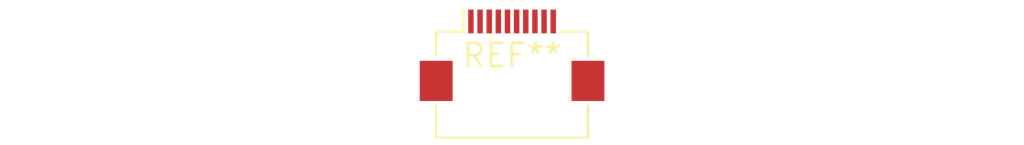
<source format=kicad_pcb>
(kicad_pcb (version 20240108) (generator pcbnew)
  (layers (0 "F.Cu" signal) (31 "B.Cu" signal) (34 "B.Paste" user) (35 "F.Paste" user) (36 "B.SilkS" user "B.Silkscreen") (37 "F.SilkS" user "F.Silkscreen") (38 "B.Mask" user) (39 "F.Mask" user) (44 "Edge.Cuts" user))
  (net 0 "")
  (footprint "Hirose_FH12-10S-0.5SH_1x10-1MP_P0.50mm_Horizontal" (layer "F.Cu") (at 0 0)
    (property "Reference" "REF**")
    (property "Value" "Hirose_FH12-10S-0.5SH_1x10-1MP_P0.50mm_Horizontal")
    (fp_line (start -4.15 -1.3) (end -4.15 0.04) (layer "F.SilkS") (stroke (width 0.12)))
    (fp_line (start -4.15 2.76) (end -4.15 4.5) (layer "F.SilkS") (stroke (width 0.12)))
    (fp_line (start -4.15 4.5) (end 4.15 4.5) (layer "F.SilkS") (stroke (width 0.12)))
    (fp_line (start -2.66 -1.3) (end -4.15 -1.3) (layer "F.SilkS") (stroke (width 0.12)))
    (fp_line (start -2.66 -1.3) (end -2.66 -2.5) (layer "F.SilkS") (stroke (width 0.12)))
    (fp_line (start 2.66 -1.3) (end 4.15 -1.3) (layer "F.SilkS") (stroke (width 0.12)))
    (fp_line (start 4.15 -1.3) (end 4.15 0.04) (layer "F.SilkS") (stroke (width 0.12)))
    (fp_line (start 4.15 4.5) (end 4.15 2.76) (layer "F.SilkS") (stroke (width 0.12)))
    (pad "1" smd rect (at -2.25 -1.85) (size 0.3 1.3) (layers "F.Cu" "F.Paste" "F.Mask"))
    (pad "2" smd rect (at -1.75 -1.85) (size 0.3 1.3) (layers "F.Cu" "F.Paste" "F.Mask"))
    (pad "3" smd rect (at -1.25 -1.85) (size 0.3 1.3) (layers "F.Cu" "F.Paste" "F.Mask"))
    (pad "4" smd rect (at -0.75 -1.85) (size 0.3 1.3) (layers "F.Cu" "F.Paste" "F.Mask"))
    (pad "5" smd rect (at -0.25 -1.85) (size 0.3 1.3) (layers "F.Cu" "F.Paste" "F.Mask"))
    (pad "6" smd rect (at 0.25 -1.85) (size 0.3 1.3) (layers "F.Cu" "F.Paste" "F.Mask"))
    (pad "7" smd rect (at 0.75 -1.85) (size 0.3 1.3) (layers "F.Cu" "F.Paste" "F.Mask"))
    (pad "8" smd rect (at 1.25 -1.85) (size 0.3 1.3) (layers "F.Cu" "F.Paste" "F.Mask"))
    (pad "9" smd rect (at 1.75 -1.85) (size 0.3 1.3) (layers "F.Cu" "F.Paste" "F.Mask"))
    (pad "10" smd rect (at 2.25 -1.85) (size 0.3 1.3) (layers "F.Cu" "F.Paste" "F.Mask"))
    (pad "MP" smd rect (at -4.15 1.4) (size 1.8 2.2) (layers "F.Cu" "F.Paste" "F.Mask"))
    (pad "MP" smd rect (at 4.15 1.4) (size 1.8 2.2) (layers "F.Cu" "F.Paste" "F.Mask"))
  )
)
</source>
